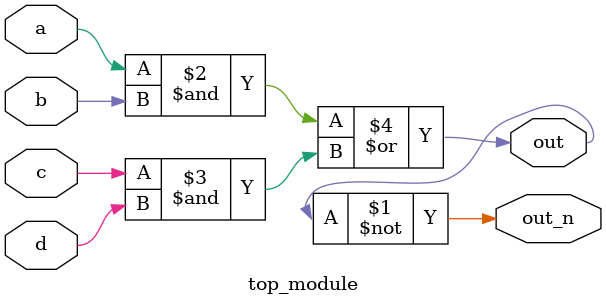
<source format=v>
`default_nettype none
module top_module(
    input a,
    input b,
    input c,
    input d,
    output out,
    output out_n   ); 

    assign out_n = ~ out ;
    assign out = (a&b) | (c&d);

endmodule

</source>
